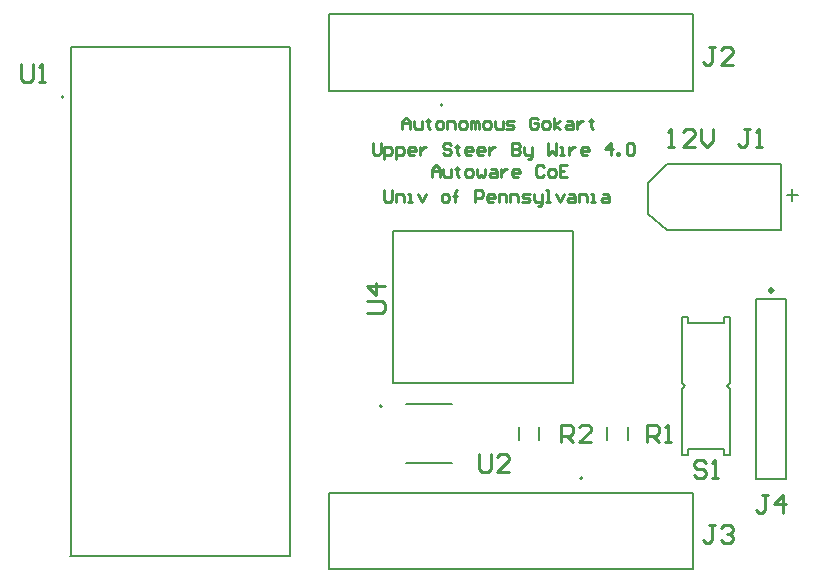
<source format=gto>
G04*
G04 #@! TF.GenerationSoftware,Altium Limited,Altium Designer,22.8.2 (66)*
G04*
G04 Layer_Color=65535*
%FSLAX42Y42*%
%MOMM*%
G71*
G04*
G04 #@! TF.SameCoordinates,E2F3CAA6-EC45-4DAB-9F52-99892A173F59*
G04*
G04*
G04 #@! TF.FilePolarity,Positive*
G04*
G01*
G75*
%ADD10C,0.20*%
%ADD11C,0.30*%
%ADD12C,0.13*%
%ADD13C,0.25*%
D10*
X5002Y920D02*
G03*
X5002Y920I-10J0D01*
G01*
X3306Y1531D02*
G03*
X3306Y1531I-10J0D01*
G01*
X610Y4150D02*
G03*
X610Y4150I-10J0D01*
G01*
X3818Y4080D02*
G03*
X3818Y4080I-10J0D01*
G01*
D11*
X6615Y2512D02*
G03*
X6615Y2512I-15J0D01*
G01*
D12*
X3398Y1730D02*
Y3011D01*
Y1730D02*
X4922D01*
Y3011D01*
Y1730D02*
Y2541D01*
X3398Y3011D02*
X4922D01*
X5560Y3158D02*
Y3420D01*
Y3158D02*
X5717Y3020D01*
X6680D02*
Y3580D01*
X6730Y3320D02*
X6830D01*
X6780Y3270D02*
Y3370D01*
X5717Y3020D02*
X6680D01*
X5717Y3580D02*
X6680D01*
X5560Y3420D02*
Y3423D01*
X5717Y3580D01*
X2859Y800D02*
X5940D01*
Y150D02*
Y800D01*
X2859Y150D02*
Y800D01*
Y150D02*
X5940D01*
X3505Y1552D02*
X3895D01*
X3505Y1048D02*
X3895D01*
X673Y4570D02*
X2527D01*
X673Y265D02*
X673Y4570D01*
X2527Y265D02*
X2527Y4570D01*
X660Y265D02*
X2514D01*
X2859Y4850D02*
X5940D01*
Y4200D02*
Y4850D01*
X2859Y4200D02*
Y4850D01*
Y4200D02*
X5940D01*
X4638Y1242D02*
Y1358D01*
X4462Y1242D02*
Y1358D01*
X6725Y915D02*
Y2439D01*
X6475Y915D02*
X6725D01*
X6475D02*
Y2439D01*
X6725D01*
X5388Y1242D02*
Y1358D01*
X5212Y1242D02*
Y1358D01*
X5847Y1116D02*
X5898D01*
Y1167D01*
X6202D01*
Y1116D02*
Y1167D01*
Y1116D02*
X6253D01*
Y1675D01*
X6228Y1700D02*
X6253Y1675D01*
X6228Y1700D02*
X6253Y1725D01*
Y2284D01*
X6202D02*
X6253D01*
X6202Y2233D02*
Y2284D01*
X5898Y2233D02*
X6202D01*
X5898D02*
Y2284D01*
X5847D02*
X5898D01*
X5847Y1725D02*
Y2284D01*
Y1725D02*
X5872Y1700D01*
X5847Y1675D02*
X5872Y1700D01*
X5847Y1116D02*
Y1675D01*
D13*
X3174Y2323D02*
X3301D01*
X3326Y2348D01*
Y2399D01*
X3301Y2425D01*
X3174D01*
X3326Y2552D02*
X3174D01*
X3250Y2475D01*
Y2577D01*
X3325Y3359D02*
Y3275D01*
X3342Y3259D01*
X3375D01*
X3392Y3275D01*
Y3359D01*
X3425Y3259D02*
Y3325D01*
X3475D01*
X3492Y3309D01*
Y3259D01*
X3525D02*
X3559D01*
X3542D01*
Y3325D01*
X3525D01*
X3609D02*
X3642Y3259D01*
X3675Y3325D01*
X3825Y3259D02*
X3859D01*
X3875Y3275D01*
Y3309D01*
X3859Y3325D01*
X3825D01*
X3809Y3309D01*
Y3275D01*
X3825Y3259D01*
X3925D02*
Y3342D01*
Y3309D01*
X3909D01*
X3942D01*
X3925D01*
Y3342D01*
X3942Y3359D01*
X4092Y3259D02*
Y3359D01*
X4142D01*
X4158Y3342D01*
Y3309D01*
X4142Y3292D01*
X4092D01*
X4242Y3259D02*
X4208D01*
X4192Y3275D01*
Y3309D01*
X4208Y3325D01*
X4242D01*
X4258Y3309D01*
Y3292D01*
X4192D01*
X4292Y3259D02*
Y3325D01*
X4342D01*
X4358Y3309D01*
Y3259D01*
X4392D02*
Y3325D01*
X4442D01*
X4458Y3309D01*
Y3259D01*
X4492D02*
X4542D01*
X4558Y3275D01*
X4542Y3292D01*
X4508D01*
X4492Y3309D01*
X4508Y3325D01*
X4558D01*
X4592D02*
Y3275D01*
X4608Y3259D01*
X4658D01*
Y3242D01*
X4642Y3225D01*
X4625D01*
X4658Y3259D02*
Y3325D01*
X4692Y3259D02*
X4725D01*
X4708D01*
Y3359D01*
X4692D01*
X4775Y3325D02*
X4808Y3259D01*
X4842Y3325D01*
X4892D02*
X4925D01*
X4942Y3309D01*
Y3259D01*
X4892D01*
X4875Y3275D01*
X4892Y3292D01*
X4942D01*
X4975Y3259D02*
Y3325D01*
X5025D01*
X5042Y3309D01*
Y3259D01*
X5075D02*
X5108D01*
X5091D01*
Y3325D01*
X5075D01*
X5175D02*
X5208D01*
X5225Y3309D01*
Y3259D01*
X5175D01*
X5158Y3275D01*
X5175Y3292D01*
X5225D01*
X3725Y3475D02*
Y3542D01*
X3759Y3575D01*
X3792Y3542D01*
Y3475D01*
Y3525D01*
X3725D01*
X3825Y3542D02*
Y3492D01*
X3842Y3475D01*
X3892D01*
Y3542D01*
X3942Y3559D02*
Y3542D01*
X3925D01*
X3959D01*
X3942D01*
Y3492D01*
X3959Y3475D01*
X4025D02*
X4059D01*
X4075Y3492D01*
Y3525D01*
X4059Y3542D01*
X4025D01*
X4009Y3525D01*
Y3492D01*
X4025Y3475D01*
X4109Y3542D02*
Y3492D01*
X4125Y3475D01*
X4142Y3492D01*
X4159Y3475D01*
X4175Y3492D01*
Y3542D01*
X4225D02*
X4259D01*
X4275Y3525D01*
Y3475D01*
X4225D01*
X4209Y3492D01*
X4225Y3509D01*
X4275D01*
X4309Y3542D02*
Y3475D01*
Y3509D01*
X4325Y3525D01*
X4342Y3542D01*
X4359D01*
X4458Y3475D02*
X4425D01*
X4409Y3492D01*
Y3525D01*
X4425Y3542D01*
X4458D01*
X4475Y3525D01*
Y3509D01*
X4409D01*
X4675Y3559D02*
X4658Y3575D01*
X4625D01*
X4608Y3559D01*
Y3492D01*
X4625Y3475D01*
X4658D01*
X4675Y3492D01*
X4725Y3475D02*
X4758D01*
X4775Y3492D01*
Y3525D01*
X4758Y3542D01*
X4725D01*
X4708Y3525D01*
Y3492D01*
X4725Y3475D01*
X4875Y3575D02*
X4808D01*
Y3475D01*
X4875D01*
X4808Y3525D02*
X4842D01*
X3225Y3759D02*
Y3675D01*
X3242Y3659D01*
X3275D01*
X3292Y3675D01*
Y3759D01*
X3325Y3625D02*
Y3725D01*
X3375D01*
X3392Y3709D01*
Y3675D01*
X3375Y3659D01*
X3325D01*
X3425Y3625D02*
Y3725D01*
X3475D01*
X3492Y3709D01*
Y3675D01*
X3475Y3659D01*
X3425D01*
X3575D02*
X3542D01*
X3525Y3675D01*
Y3709D01*
X3542Y3725D01*
X3575D01*
X3592Y3709D01*
Y3692D01*
X3525D01*
X3625Y3725D02*
Y3659D01*
Y3692D01*
X3642Y3709D01*
X3659Y3725D01*
X3675D01*
X3892Y3742D02*
X3875Y3759D01*
X3842D01*
X3825Y3742D01*
Y3725D01*
X3842Y3709D01*
X3875D01*
X3892Y3692D01*
Y3675D01*
X3875Y3659D01*
X3842D01*
X3825Y3675D01*
X3942Y3742D02*
Y3725D01*
X3925D01*
X3958D01*
X3942D01*
Y3675D01*
X3958Y3659D01*
X4058D02*
X4025D01*
X4008Y3675D01*
Y3709D01*
X4025Y3725D01*
X4058D01*
X4075Y3709D01*
Y3692D01*
X4008D01*
X4158Y3659D02*
X4125D01*
X4108Y3675D01*
Y3709D01*
X4125Y3725D01*
X4158D01*
X4175Y3709D01*
Y3692D01*
X4108D01*
X4208Y3725D02*
Y3659D01*
Y3692D01*
X4225Y3709D01*
X4242Y3725D01*
X4258D01*
X4408Y3759D02*
Y3659D01*
X4458D01*
X4475Y3675D01*
Y3692D01*
X4458Y3709D01*
X4408D01*
X4458D01*
X4475Y3725D01*
Y3742D01*
X4458Y3759D01*
X4408D01*
X4508Y3725D02*
Y3675D01*
X4525Y3659D01*
X4575D01*
Y3642D01*
X4558Y3625D01*
X4542D01*
X4575Y3659D02*
Y3725D01*
X4708Y3759D02*
Y3659D01*
X4742Y3692D01*
X4775Y3659D01*
Y3759D01*
X4808Y3659D02*
X4842D01*
X4825D01*
Y3725D01*
X4808D01*
X4892D02*
Y3659D01*
Y3692D01*
X4908Y3709D01*
X4925Y3725D01*
X4942D01*
X5041Y3659D02*
X5008D01*
X4991Y3675D01*
Y3709D01*
X5008Y3725D01*
X5041D01*
X5058Y3709D01*
Y3692D01*
X4991D01*
X5241Y3659D02*
Y3759D01*
X5191Y3709D01*
X5258D01*
X5291Y3659D02*
Y3675D01*
X5308D01*
Y3659D01*
X5291D01*
X5375Y3742D02*
X5391Y3759D01*
X5425D01*
X5441Y3742D01*
Y3675D01*
X5425Y3659D01*
X5391D01*
X5375Y3675D01*
Y3742D01*
X3475Y3875D02*
Y3942D01*
X3509Y3975D01*
X3542Y3942D01*
Y3875D01*
Y3925D01*
X3475D01*
X3575Y3942D02*
Y3892D01*
X3592Y3875D01*
X3642D01*
Y3942D01*
X3692Y3959D02*
Y3942D01*
X3675D01*
X3709D01*
X3692D01*
Y3892D01*
X3709Y3875D01*
X3775D02*
X3809D01*
X3825Y3892D01*
Y3925D01*
X3809Y3942D01*
X3775D01*
X3759Y3925D01*
Y3892D01*
X3775Y3875D01*
X3859D02*
Y3942D01*
X3909D01*
X3925Y3925D01*
Y3875D01*
X3975D02*
X4009D01*
X4025Y3892D01*
Y3925D01*
X4009Y3942D01*
X3975D01*
X3959Y3925D01*
Y3892D01*
X3975Y3875D01*
X4059D02*
Y3942D01*
X4075D01*
X4092Y3925D01*
Y3875D01*
Y3925D01*
X4109Y3942D01*
X4125Y3925D01*
Y3875D01*
X4175D02*
X4208D01*
X4225Y3892D01*
Y3925D01*
X4208Y3942D01*
X4175D01*
X4159Y3925D01*
Y3892D01*
X4175Y3875D01*
X4258Y3942D02*
Y3892D01*
X4275Y3875D01*
X4325D01*
Y3942D01*
X4358Y3875D02*
X4408D01*
X4425Y3892D01*
X4408Y3909D01*
X4375D01*
X4358Y3925D01*
X4375Y3942D01*
X4425D01*
X4625Y3959D02*
X4608Y3975D01*
X4575D01*
X4558Y3959D01*
Y3892D01*
X4575Y3875D01*
X4608D01*
X4625Y3892D01*
Y3925D01*
X4592D01*
X4675Y3875D02*
X4708D01*
X4725Y3892D01*
Y3925D01*
X4708Y3942D01*
X4675D01*
X4658Y3925D01*
Y3892D01*
X4675Y3875D01*
X4758D02*
Y3975D01*
Y3909D02*
X4808Y3942D01*
X4758Y3909D02*
X4808Y3875D01*
X4875Y3942D02*
X4908D01*
X4925Y3925D01*
Y3875D01*
X4875D01*
X4858Y3892D01*
X4875Y3909D01*
X4925D01*
X4958Y3942D02*
Y3875D01*
Y3909D01*
X4975Y3925D01*
X4992Y3942D01*
X5008D01*
X5075Y3959D02*
Y3942D01*
X5058D01*
X5092D01*
X5075D01*
Y3892D01*
X5092Y3875D01*
X5725Y3725D02*
X5776D01*
X5751D01*
Y3878D01*
X5725Y3852D01*
X5954Y3725D02*
X5852D01*
X5954Y3827D01*
Y3852D01*
X5929Y3878D01*
X5878D01*
X5852Y3852D01*
X6005Y3878D02*
Y3776D01*
X6055Y3725D01*
X6106Y3776D01*
Y3878D01*
X6420Y3876D02*
X6369D01*
X6395D01*
Y3749D01*
X6369Y3724D01*
X6344D01*
X6318Y3749D01*
X6471Y3724D02*
X6522D01*
X6496D01*
Y3876D01*
X6471Y3851D01*
X6125Y526D02*
X6074D01*
X6099D01*
Y399D01*
X6074Y374D01*
X6048D01*
X6023Y399D01*
X6175Y501D02*
X6201Y526D01*
X6252D01*
X6277Y501D01*
Y475D01*
X6252Y450D01*
X6226D01*
X6252D01*
X6277Y425D01*
Y399D01*
X6252Y374D01*
X6201D01*
X6175Y399D01*
X6125Y4576D02*
X6074D01*
X6099D01*
Y4449D01*
X6074Y4424D01*
X6048D01*
X6023Y4449D01*
X6277Y4424D02*
X6175D01*
X6277Y4525D01*
Y4551D01*
X6252Y4576D01*
X6201D01*
X6175Y4551D01*
X4823Y1224D02*
Y1376D01*
X4899D01*
X4925Y1351D01*
Y1300D01*
X4899Y1275D01*
X4823D01*
X4874D02*
X4925Y1224D01*
X5077D02*
X4975D01*
X5077Y1325D01*
Y1351D01*
X5052Y1376D01*
X5001D01*
X4975Y1351D01*
X5548Y1224D02*
Y1376D01*
X5625D01*
X5650Y1351D01*
Y1300D01*
X5625Y1275D01*
X5548D01*
X5599D02*
X5650Y1224D01*
X5701D02*
X5752D01*
X5726D01*
Y1376D01*
X5701Y1351D01*
X6575Y776D02*
X6524D01*
X6549D01*
Y649D01*
X6524Y624D01*
X6498D01*
X6473Y649D01*
X6702Y624D02*
Y776D01*
X6625Y700D01*
X6727D01*
X4123Y1126D02*
Y999D01*
X4148Y974D01*
X4199D01*
X4225Y999D01*
Y1126D01*
X4377Y974D02*
X4275D01*
X4377Y1075D01*
Y1101D01*
X4352Y1126D01*
X4301D01*
X4275Y1101D01*
X6050Y1051D02*
X6025Y1076D01*
X5974D01*
X5948Y1051D01*
Y1025D01*
X5974Y1000D01*
X6025D01*
X6050Y975D01*
Y949D01*
X6025Y924D01*
X5974D01*
X5948Y949D01*
X6101Y924D02*
X6152D01*
X6126D01*
Y1076D01*
X6101Y1051D01*
X248Y4426D02*
Y4299D01*
X274Y4274D01*
X325D01*
X350Y4299D01*
Y4426D01*
X401Y4274D02*
X452D01*
X426D01*
Y4426D01*
X401Y4401D01*
M02*

</source>
